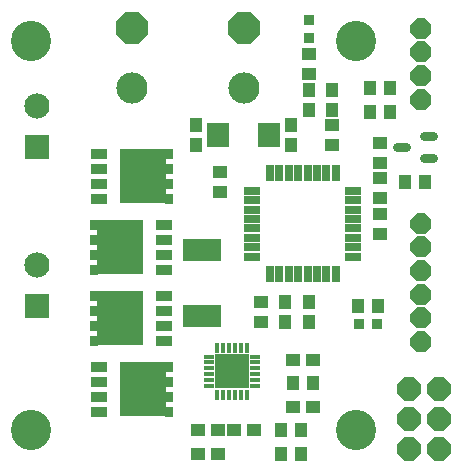
<source format=gts>
G75*
%MOIN*%
%OFA0B0*%
%FSLAX25Y25*%
%IPPOS*%
%LPD*%
%AMOC8*
5,1,8,0,0,1.08239X$1,22.5*
%
%ADD10R,0.04337X0.04731*%
%ADD11R,0.04731X0.04337*%
%ADD12C,0.10400*%
%ADD13OC8,0.10400*%
%ADD14OC8,0.07000*%
%ADD15OC8,0.07800*%
%ADD16R,0.03550X0.03550*%
%ADD17R,0.02600X0.05400*%
%ADD18R,0.05400X0.02600*%
%ADD19R,0.02723X0.03195*%
%ADD20R,0.05802X0.03195*%
%ADD21R,0.15557X0.18195*%
%ADD22R,0.12998X0.07487*%
%ADD23C,0.13400*%
%ADD24R,0.11424X0.11424*%
%ADD25R,0.01306X0.03550*%
%ADD26R,0.03550X0.01306*%
%ADD27R,0.07400X0.08400*%
%ADD28R,0.08400X0.08400*%
%ADD29C,0.08400*%
%ADD30C,0.02959*%
D10*
X0152549Y0024987D03*
X0159242Y0024987D03*
X0159242Y0032861D03*
X0152549Y0032861D03*
X0156486Y0048609D03*
X0163179Y0048609D03*
X0161801Y0068885D03*
X0153927Y0068885D03*
X0153927Y0075577D03*
X0161801Y0075577D03*
X0178140Y0074199D03*
X0184833Y0074199D03*
X0193888Y0115538D03*
X0200581Y0115538D03*
X0188770Y0139160D03*
X0182077Y0139160D03*
X0182077Y0147034D03*
X0188770Y0147034D03*
X0169675Y0146444D03*
X0169675Y0139751D03*
X0161801Y0139751D03*
X0155896Y0134633D03*
X0155896Y0127940D03*
X0161801Y0146444D03*
X0124400Y0134633D03*
X0124400Y0127940D03*
D11*
X0132274Y0118885D03*
X0132274Y0112192D03*
X0169675Y0127940D03*
X0169675Y0134633D03*
X0185423Y0128727D03*
X0185423Y0122034D03*
X0185423Y0116916D03*
X0185423Y0110223D03*
X0185423Y0105105D03*
X0185423Y0098412D03*
X0146053Y0075577D03*
X0146053Y0068885D03*
X0156486Y0056483D03*
X0163179Y0056483D03*
X0163179Y0040735D03*
X0156486Y0040735D03*
X0143494Y0032861D03*
X0136801Y0032861D03*
X0131683Y0032861D03*
X0124990Y0032861D03*
X0124990Y0024987D03*
X0131683Y0024987D03*
X0161801Y0151562D03*
X0161801Y0158255D03*
D12*
X0140148Y0146877D03*
X0102746Y0146877D03*
D13*
X0102746Y0166877D03*
X0140148Y0166877D03*
D14*
X0199203Y0166719D03*
X0199203Y0158845D03*
X0199203Y0150971D03*
X0199203Y0143097D03*
X0199203Y0101759D03*
X0199203Y0093885D03*
X0199203Y0086010D03*
X0199203Y0078136D03*
X0199203Y0070262D03*
X0199203Y0062388D03*
D15*
X0195266Y0046640D03*
X0205266Y0046640D03*
X0205266Y0036640D03*
X0195266Y0036640D03*
X0195266Y0026640D03*
X0205266Y0026640D03*
D16*
X0184439Y0068294D03*
X0178534Y0068294D03*
X0161801Y0163766D03*
X0161801Y0169672D03*
D17*
X0161408Y0118659D03*
X0164557Y0118659D03*
X0167707Y0118659D03*
X0170856Y0118659D03*
X0158258Y0118659D03*
X0155108Y0118659D03*
X0151959Y0118659D03*
X0148809Y0118659D03*
X0148809Y0084859D03*
X0151959Y0084859D03*
X0155108Y0084859D03*
X0158258Y0084859D03*
X0161408Y0084859D03*
X0164557Y0084859D03*
X0167707Y0084859D03*
X0170856Y0084859D03*
D18*
X0176733Y0090735D03*
X0176733Y0093885D03*
X0176733Y0097034D03*
X0176733Y0100184D03*
X0176733Y0103333D03*
X0176733Y0106483D03*
X0176733Y0109633D03*
X0176733Y0112782D03*
X0142933Y0112782D03*
X0142933Y0109633D03*
X0142933Y0106483D03*
X0142933Y0103333D03*
X0142933Y0100184D03*
X0142933Y0097034D03*
X0142933Y0093885D03*
X0142933Y0090735D03*
D19*
X0115191Y0110007D03*
X0115191Y0115007D03*
X0115191Y0120007D03*
X0115191Y0125007D03*
X0090301Y0101385D03*
X0090301Y0096385D03*
X0090301Y0091385D03*
X0090301Y0086385D03*
X0090301Y0077762D03*
X0090301Y0072762D03*
X0090301Y0067762D03*
X0090301Y0062762D03*
X0115191Y0054140D03*
X0115191Y0049140D03*
X0115191Y0044140D03*
X0115191Y0039140D03*
D20*
X0091841Y0039140D03*
X0091841Y0044140D03*
X0091841Y0049140D03*
X0091841Y0054140D03*
X0113652Y0062762D03*
X0113652Y0067762D03*
X0113652Y0072762D03*
X0113652Y0077762D03*
X0113652Y0086385D03*
X0113652Y0091385D03*
X0113652Y0096385D03*
X0113652Y0101385D03*
X0091841Y0110007D03*
X0091841Y0115007D03*
X0091841Y0120007D03*
X0091841Y0125007D03*
D21*
X0106451Y0117507D03*
X0099041Y0093885D03*
X0099041Y0070262D03*
X0106451Y0046640D03*
D22*
X0126368Y0071050D03*
X0126368Y0093097D03*
D23*
X0069282Y0032861D03*
X0177549Y0032861D03*
X0177549Y0162782D03*
X0069282Y0162782D03*
D24*
X0136211Y0052546D03*
D25*
X0137195Y0044770D03*
X0139163Y0044770D03*
X0141132Y0044770D03*
X0135226Y0044770D03*
X0133258Y0044770D03*
X0131289Y0044770D03*
X0131289Y0060322D03*
X0133258Y0060322D03*
X0135226Y0060322D03*
X0137195Y0060322D03*
X0139163Y0060322D03*
X0141132Y0060322D03*
D26*
X0143986Y0057467D03*
X0143986Y0055499D03*
X0143986Y0053530D03*
X0143986Y0051562D03*
X0143986Y0049593D03*
X0143986Y0047625D03*
X0128435Y0047625D03*
X0128435Y0049593D03*
X0128435Y0051562D03*
X0128435Y0053530D03*
X0128435Y0055499D03*
X0128435Y0057467D03*
D27*
X0131648Y0131286D03*
X0148648Y0131286D03*
D28*
X0071250Y0127349D03*
X0071250Y0074199D03*
D29*
X0071250Y0087979D03*
X0071250Y0141129D03*
D30*
X0191230Y0127349D02*
X0191230Y0127349D01*
X0194184Y0127349D01*
X0194184Y0127349D01*
X0191230Y0127349D01*
X0200285Y0123609D02*
X0200285Y0123609D01*
X0203239Y0123609D01*
X0203239Y0123609D01*
X0200285Y0123609D01*
X0200285Y0131089D02*
X0200285Y0131089D01*
X0203239Y0131089D01*
X0203239Y0131089D01*
X0200285Y0131089D01*
M02*

</source>
